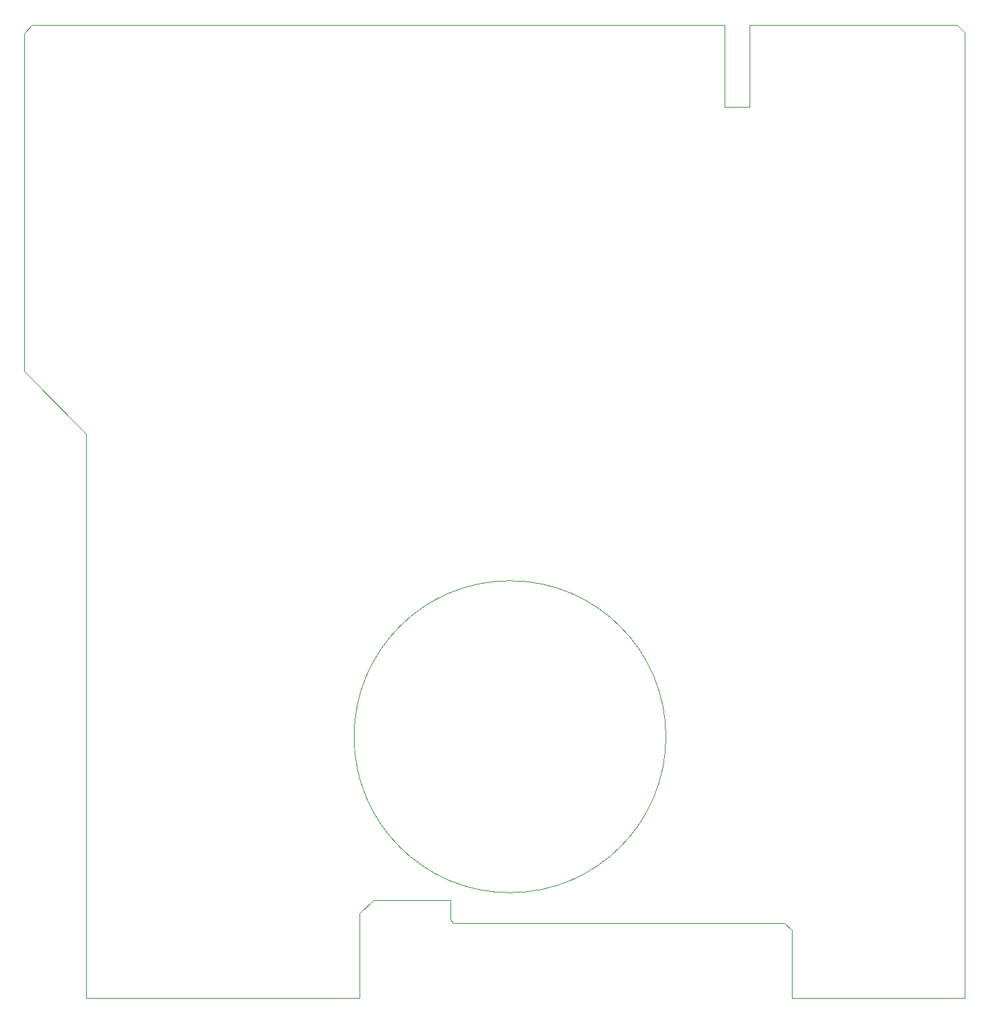
<source format=gbr>
%TF.GenerationSoftware,KiCad,Pcbnew,9.0.3*%
%TF.CreationDate,2025-07-10T15:06:49-06:00*%
%TF.ProjectId,mister-vector,6d697374-6572-42d7-9665-63746f722e6b,rev?*%
%TF.SameCoordinates,Original*%
%TF.FileFunction,Profile,NP*%
%FSLAX46Y46*%
G04 Gerber Fmt 4.6, Leading zero omitted, Abs format (unit mm)*
G04 Created by KiCad (PCBNEW 9.0.3) date 2025-07-10 15:06:49*
%MOMM*%
%LPD*%
G01*
G04 APERTURE LIST*
%TA.AperFunction,Profile*%
%ADD10C,0.100000*%
%TD*%
G04 APERTURE END LIST*
D10*
X136464000Y-39536000D02*
X161808000Y-39536000D01*
X55564000Y-158286000D02*
X88904000Y-158286000D01*
X133464000Y-39536000D02*
X133464000Y-49536000D01*
X99953000Y-148718000D02*
X100334000Y-149099000D01*
X141609000Y-158286000D02*
X162764000Y-158286000D01*
X133460000Y-39536000D02*
X48916687Y-39536000D01*
X162764000Y-40486000D02*
X162764000Y-158286000D01*
X133464000Y-49536000D02*
X136464000Y-49536000D01*
X140720000Y-149099000D02*
X141609000Y-149988000D01*
X100334000Y-149099000D02*
X140720000Y-149099000D01*
X55564000Y-89386000D02*
X47964000Y-81786000D01*
X141609000Y-149988000D02*
X141609000Y-158286000D01*
X55564000Y-89386000D02*
X55564000Y-158286000D01*
X136464000Y-49536000D02*
X136464000Y-39536000D01*
X126281798Y-126382000D02*
G75*
G02*
X88229202Y-126382000I-19026298J0D01*
G01*
X88229202Y-126382000D02*
G75*
G02*
X126281798Y-126382000I19026298J0D01*
G01*
X99953000Y-146305000D02*
X99953000Y-148718000D01*
X47968723Y-40536000D02*
X48908000Y-39536000D01*
X90555000Y-146305000D02*
X88904000Y-147956000D01*
X88904000Y-147956000D02*
X88904000Y-158286000D01*
X47964000Y-40541028D02*
X47964000Y-81786000D01*
X90555000Y-146305000D02*
X99953000Y-146305000D01*
X162764000Y-40486000D02*
X161814000Y-39536000D01*
M02*

</source>
